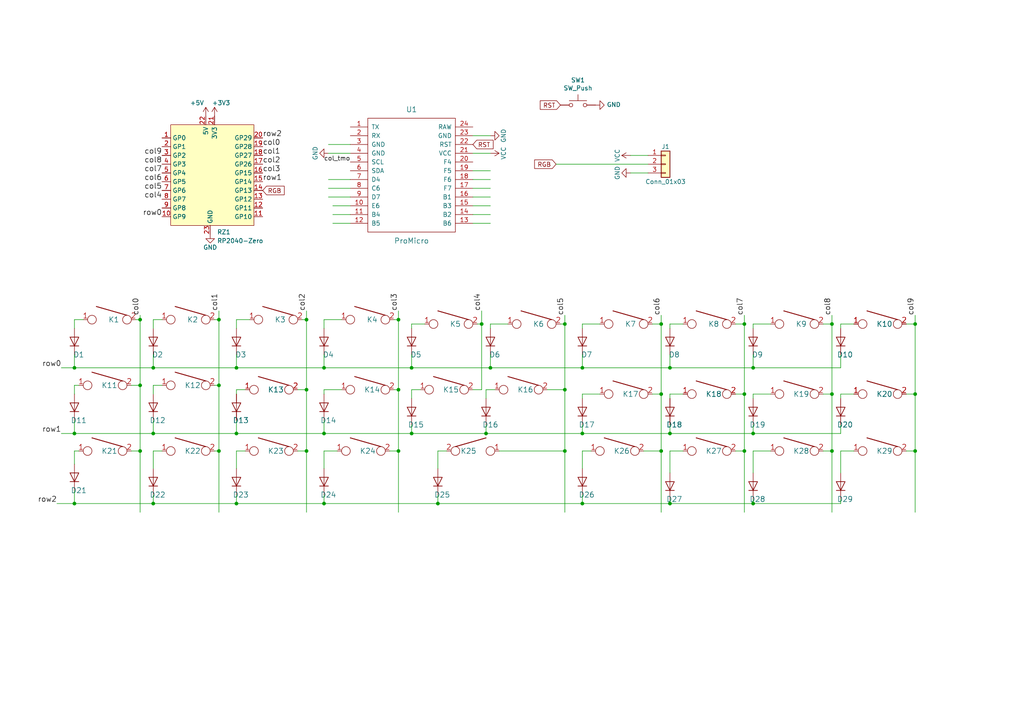
<source format=kicad_sch>
(kicad_sch (version 20211123) (generator eeschema)
  (paper "A4")
  (lib_symbols
    (symbol "Switch:SW_Push" (pin_numbers hide) (pin_names (offset 1.016) hide)
      (property "Reference" "SW" (at 1.27 2.54 0))
      (property "Value" "SW_Push" (at 0 -1.524 0))
      (symbol "SW_Push_0_1"
        (circle (center -2.032 0) (radius 0.508))
        (polyline (pts (xy 0 1.27) (xy 0 3.048)))
        (polyline (pts (xy 2.54 1.27) (xy -2.54 1.27)))
        (circle (center 2.032 0) (radius 0.508))
        (pin passive line (at -5.08 0 0) (length 2.54) (name "1") (number "1"))
        (pin passive line (at 5.08 0 180) (length 2.54) (name "2") (number "2"))
      )
    )
    (symbol "alpha_pro_micro-rescue:Conn_01x03" (pin_names (offset 1.016) hide)
      (property "Reference" "J" (at 0 5.08 0))
      (property "Value" "Conn_01x03" (at 0 -5.08 0))
      (symbol "Conn_01x03_1_1"
        (rectangle (start -1.27 -2.413) (end 0 -2.667) (stroke (width 0.1524)))
        (rectangle (start -1.27 0.127) (end 0 -0.127) (stroke (width 0.1524)))
        (rectangle (start -1.27 2.667) (end 0 2.413) (stroke (width 0.1524)))
        (rectangle (start -1.27 3.81) (end 1.27 -3.81) (stroke (width 0.254)) (fill (type background)))
        (pin passive line (at -5.08 2.54 0) (length 3.81) (name "Pin_1") (number "1"))
        (pin passive line (at -5.08 0 0) (length 3.81) (name "Pin_2") (number "2"))
        (pin passive line (at -5.08 -2.54 0) (length 3.81) (name "Pin_3") (number "3"))
      )
    )
    (symbol "alpha_pro_micro-rescue:D-RESCUE-alpha_pro_micro" (pin_numbers hide) (pin_names (offset 1.016) hide)
      (property "Reference" "D" (at 0 2.54 0))
      (property "Value" "D-RESCUE-alpha_pro_micro" (at 0 -2.54 0))
      (symbol "D-RESCUE-alpha_pro_micro_0_1"
        (polyline (pts (xy -1.27 1.27) (xy -1.27 -1.27)) (stroke (width 0.2032)))
        (polyline (pts (xy 1.27 0) (xy -1.27 0)))
        (polyline (pts (xy 1.27 1.27) (xy 1.27 -1.27) (xy -1.27 0) (xy 1.27 1.27)) (stroke (width 0.2032)))
      )
      (symbol "D-RESCUE-alpha_pro_micro_1_1"
        (pin passive line (at -3.81 0 0) (length 2.54) (name "K") (number "1"))
        (pin passive line (at 3.81 0 180) (length 2.54) (name "A") (number "2"))
      )
    )
    (symbol "alpha_pro_micro-rescue:KEYSW" (pin_names (offset 1.016))
      (property "Reference" "K?" (at -1.27 0 0))
      (symbol "KEYSW_0_1"
        (circle (center -5.08 0) (radius 1.27))
        (polyline (pts (xy -5.08 1.27) (xy 3.81 3.81)) (stroke (width 0.254)))
        (circle (center 5.08 0) (radius 1.27))
      )
      (symbol "KEYSW_1_1"
        (pin passive line (at 7.62 0 180) (length 1.27) (name "~") (number "1"))
        (pin passive line (at -7.62 0 0) (length 1.27) (name "~") (number "2"))
      )
    )
    (symbol "alpha_pro_micro-rescue:ProMicro" (pin_names (offset 1.016))
      (property "Reference" "U" (at 0 24.13 0))
      (property "Value" "ProMicro" (at 0 -13.97 0))
      (symbol "ProMicro_0_1"
        (rectangle (start -12.7 21.59) (end 12.7 -11.43))
      )
      (symbol "ProMicro_1_1"
        (pin bidirectional line (at -17.78 19.05 0) (length 5.08) (name "TX") (number "1"))
        (pin bidirectional line (at -17.78 -3.81 0) (length 5.08) (name "E6") (number "10"))
        (pin bidirectional line (at -17.78 -6.35 0) (length 5.08) (name "B4") (number "11"))
        (pin bidirectional line (at -17.78 -8.89 0) (length 5.08) (name "B5") (number "12"))
        (pin bidirectional line (at 17.78 -8.89 180) (length 5.08) (name "B6") (number "13"))
        (pin bidirectional line (at 17.78 -6.35 180) (length 5.08) (name "B2") (number "14"))
        (pin bidirectional line (at 17.78 -3.81 180) (length 5.08) (name "B3") (number "15"))
        (pin bidirectional line (at 17.78 -1.27 180) (length 5.08) (name "B1") (number "16"))
        (pin bidirectional line (at 17.78 1.27 180) (length 5.08) (name "F7") (number "17"))
        (pin bidirectional line (at 17.78 3.81 180) (length 5.08) (name "F6") (number "18"))
        (pin bidirectional line (at 17.78 6.35 180) (length 5.08) (name "F5") (number "19"))
        (pin bidirectional line (at -17.78 16.51 0) (length 5.08) (name "RX") (number "2"))
        (pin bidirectional line (at 17.78 8.89 180) (length 5.08) (name "F4") (number "20"))
        (pin power_in line (at 17.78 11.43 180) (length 5.08) (name "VCC") (number "21"))
        (pin input line (at 17.78 13.97 180) (length 5.08) (name "RST") (number "22"))
        (pin power_in line (at 17.78 16.51 180) (length 5.08) (name "GND") (number "23"))
        (pin power_out line (at 17.78 19.05 180) (length 5.08) (name "RAW") (number "24"))
        (pin power_in line (at -17.78 13.97 0) (length 5.08) (name "GND") (number "3"))
        (pin power_in line (at -17.78 11.43 0) (length 5.08) (name "GND") (number "4"))
        (pin bidirectional line (at -17.78 8.89 0) (length 5.08) (name "SCL") (number "5"))
        (pin bidirectional line (at -17.78 6.35 0) (length 5.08) (name "SDA") (number "6"))
        (pin bidirectional line (at -17.78 3.81 0) (length 5.08) (name "D4") (number "7"))
        (pin bidirectional line (at -17.78 1.27 0) (length 5.08) (name "C6") (number "8"))
        (pin bidirectional line (at -17.78 -1.27 0) (length 5.08) (name "D7") (number "9"))
      )
    )
    (symbol "power:+3V3" (power) (pin_names (offset 0))
      (property "Value" "+3V3" (at 0 3.556 0))
      (symbol "+3V3_0_1"
        (polyline (pts (xy -0.762 1.27) (xy 0 2.54)))
        (polyline (pts (xy 0 0) (xy 0 2.54)))
        (polyline (pts (xy 0 2.54) (xy 0.762 1.27)))
      )
      (symbol "+3V3_1_1"
        (pin power_in line (at 0 0 90) (length 0) hide (name "+3V3") (number "1"))
      )
    )
    (symbol "power:+5V" (power) (pin_names (offset 0))
      (property "Value" "+5V" (at 0 3.556 0))
      (symbol "+5V_0_1"
        (polyline (pts (xy -0.762 1.27) (xy 0 2.54)))
        (polyline (pts (xy 0 0) (xy 0 2.54)))
        (polyline (pts (xy 0 2.54) (xy 0.762 1.27)))
      )
      (symbol "+5V_1_1"
        (pin power_in line (at 0 0 90) (length 0) hide (name "+5V") (number "1"))
      )
    )
    (symbol "power:GND" (power) (pin_names (offset 0))
      (property "Value" "GND" (at 0 -3.81 0))
      (symbol "GND_0_1"
        (polyline (pts (xy 0 0) (xy 0 -1.27) (xy 1.27 -1.27) (xy 0 -2.54) (xy -1.27 -1.27) (xy 0 -1.27)))
      )
      (symbol "GND_1_1"
        (pin power_in line (at 0 0 270) (length 0) hide (name "GND") (number "1"))
      )
    )
    (symbol "power:VCC" (power) (pin_names (offset 0))
      (property "Value" "VCC" (at 0 3.81 0))
      (symbol "VCC_0_1"
        (polyline (pts (xy -0.762 1.27) (xy 0 2.54)))
        (polyline (pts (xy 0 0) (xy 0 2.54)))
        (polyline (pts (xy 0 2.54) (xy 0.762 1.27)))
      )
      (symbol "VCC_1_1"
        (pin power_in line (at 0 0 90) (length 0) hide (name "VCC") (number "1"))
      )
    )
    (symbol "rp2040-zero:RP2040-Zero"
      (property "Reference" "RZ" (at 0 0 0))
      (property "Value" "RP2040-Zero" (at 0 -2.54 0))
      (symbol "RP2040-Zero_0_1"
        (rectangle (start -11.43 -15.24) (end 12.7 13.97) (fill (type background)))
      )
      (symbol "RP2040-Zero_1_1"
        (pin bidirectional line (at -13.97 10.16 0) (length 2.54) (name "GP0") (number "1"))
        (pin bidirectional line (at -13.97 -12.7 0) (length 2.54) (name "GP9") (number "10"))
        (pin bidirectional line (at 15.24 -12.7 180) (length 2.54) (name "GP10") (number "11"))
        (pin bidirectional line (at 15.24 -10.16 180) (length 2.54) (name "GP11") (number "12"))
        (pin bidirectional line (at 15.24 -7.62 180) (length 2.54) (name "GP12") (number "13"))
        (pin bidirectional line (at 15.24 -5.08 180) (length 2.54) (name "GP13") (number "14"))
        (pin bidirectional line (at 15.24 -2.54 180) (length 2.54) (name "GP14") (number "15"))
        (pin bidirectional line (at 15.24 0 180) (length 2.54) (name "GP15") (number "16"))
        (pin bidirectional line (at 15.24 2.54 180) (length 2.54) (name "GP26") (number "17"))
        (pin bidirectional line (at 15.24 5.08 180) (length 2.54) (name "GP27") (number "18"))
        (pin bidirectional line (at 15.24 7.62 180) (length 2.54) (name "GP28") (number "19"))
        (pin bidirectional line (at -13.97 7.62 0) (length 2.54) (name "GP1") (number "2"))
        (pin bidirectional line (at 15.24 10.16 180) (length 2.54) (name "GP29") (number "20"))
        (pin power_in line (at 1.27 16.51 270) (length 2.54) (name "3V3") (number "21"))
        (pin power_in line (at -1.27 16.51 270) (length 2.54) (name "5V") (number "22"))
        (pin power_in line (at 0 -17.78 90) (length 2.54) (name "GND") (number "23"))
        (pin bidirectional line (at -13.97 5.08 0) (length 2.54) (name "GP2") (number "3"))
        (pin bidirectional line (at -13.97 2.54 0) (length 2.54) (name "GP3") (number "4"))
        (pin bidirectional line (at -13.97 0 0) (length 2.54) (name "GP4") (number "5"))
        (pin bidirectional line (at -13.97 -2.54 0) (length 2.54) (name "GP5") (number "6"))
        (pin bidirectional line (at -13.97 -5.08 0) (length 2.54) (name "GP6") (number "7"))
        (pin bidirectional line (at -13.97 -7.62 0) (length 2.54) (name "GP7") (number "8"))
        (pin bidirectional line (at -13.97 -10.16 0) (length 2.54) (name "GP8") (number "9"))
      )
    )
  )
  (junction (at 265.43 114.3))
  (junction (at 115.57 130.81))
  (junction (at 88.9 113.03))
  (junction (at 68.58 125.73))
  (junction (at 191.77 93.98))
  (junction (at 194.31 125.73))
  (junction (at 88.9 130.81))
  (junction (at 63.5 130.81))
  (junction (at 44.45 106.68))
  (junction (at 119.38 106.68))
  (junction (at 191.77 114.3))
  (junction (at 119.38 125.73))
  (junction (at 194.31 146.05))
  (junction (at 168.91 106.68))
  (junction (at 63.5 111.76))
  (junction (at 241.3 130.81))
  (junction (at 68.58 106.68))
  (junction (at 40.64 111.76))
  (junction (at 215.9 93.98))
  (junction (at 21.59 106.68))
  (junction (at 93.98 146.05))
  (junction (at 63.5 92.71))
  (junction (at 44.45 146.05))
  (junction (at 241.3 93.98))
  (junction (at 265.43 93.98))
  (junction (at 21.59 146.05))
  (junction (at 127 146.05))
  (junction (at 93.98 125.73))
  (junction (at 140.97 125.73))
  (junction (at 168.91 146.05))
  (junction (at 40.64 92.71))
  (junction (at 142.24 106.68))
  (junction (at 191.77 130.81))
  (junction (at 93.98 106.68))
  (junction (at 21.59 125.73))
  (junction (at 218.44 106.68))
  (junction (at 88.9 92.71))
  (junction (at 68.58 146.05))
  (junction (at 218.44 125.73))
  (junction (at 44.45 125.73))
  (junction (at 40.64 130.81))
  (junction (at 194.31 106.68))
  (junction (at 265.43 130.81))
  (junction (at 215.9 130.81))
  (junction (at 115.57 113.03))
  (junction (at 163.83 113.03))
  (junction (at 115.57 92.71))
  (junction (at 163.83 130.81))
  (junction (at 139.7 93.98))
  (junction (at 241.3 114.3))
  (junction (at 168.91 125.73))
  (junction (at 163.83 93.98))
  (junction (at 218.44 146.05))
  (junction (at 215.9 114.3))
  (wire (pts (xy 72.39 92.71) (xy 68.58 92.71)))
  (wire (pts (xy 191.77 114.3) (xy 191.77 130.81)))
  (wire (pts (xy 243.84 144.78) (xy 243.84 146.05)))
  (wire (pts (xy 95.25 54.61) (xy 101.6 54.61)))
  (wire (pts (xy 140.97 113.03) (xy 140.97 115.57)))
  (wire (pts (xy 265.43 93.98) (xy 265.43 114.3)))
  (wire (pts (xy 93.98 113.03) (xy 93.98 114.3)))
  (wire (pts (xy 143.51 113.03) (xy 140.97 113.03)))
  (wire (pts (xy 142.24 62.23) (xy 137.16 62.23)))
  (wire (pts (xy 218.44 93.98) (xy 223.52 93.98)))
  (wire (pts (xy 265.43 91.44) (xy 265.43 93.98)))
  (wire (pts (xy 22.86 111.76) (xy 21.59 111.76)))
  (wire (pts (xy 95.25 44.45) (xy 101.6 44.45)))
  (wire (pts (xy 44.45 130.81) (xy 46.99 130.81)))
  (wire (pts (xy 194.31 106.68) (xy 218.44 106.68)))
  (wire (pts (xy 21.59 102.87) (xy 21.59 106.68)))
  (wire (pts (xy 162.56 93.98) (xy 163.83 93.98)))
  (wire (pts (xy 238.76 130.81) (xy 241.3 130.81)))
  (wire (pts (xy 115.57 130.81) (xy 115.57 148.59)))
  (wire (pts (xy 241.3 130.81) (xy 241.3 148.59)))
  (wire (pts (xy 218.44 125.73) (xy 243.84 125.73)))
  (wire (pts (xy 241.3 91.44) (xy 241.3 93.98)))
  (wire (pts (xy 243.84 115.57) (xy 243.84 114.3)))
  (wire (pts (xy 119.38 106.68) (xy 142.24 106.68)))
  (wire (pts (xy 215.9 93.98) (xy 215.9 114.3)))
  (wire (pts (xy 68.58 143.51) (xy 68.58 146.05)))
  (wire (pts (xy 171.45 130.81) (xy 168.91 130.81)))
  (wire (pts (xy 44.45 146.05) (xy 68.58 146.05)))
  (wire (pts (xy 21.59 130.81) (xy 21.59 134.62)))
  (wire (pts (xy 213.36 93.98) (xy 215.9 93.98)))
  (wire (pts (xy 137.16 113.03) (xy 139.7 113.03)))
  (wire (pts (xy 44.45 125.73) (xy 44.45 121.92)))
  (wire (pts (xy 115.57 92.71) (xy 115.57 113.03)))
  (wire (pts (xy 113.03 130.81) (xy 115.57 130.81)))
  (wire (pts (xy 93.98 125.73) (xy 119.38 125.73)))
  (wire (pts (xy 62.23 130.81) (xy 63.5 130.81)))
  (wire (pts (xy 158.75 113.03) (xy 163.83 113.03)))
  (wire (pts (xy 168.91 146.05) (xy 194.31 146.05)))
  (wire (pts (xy 46.99 111.76) (xy 44.45 111.76)))
  (wire (pts (xy 40.64 92.71) (xy 40.64 111.76)))
  (wire (pts (xy 68.58 125.73) (xy 93.98 125.73)))
  (wire (pts (xy 95.25 41.91) (xy 101.6 41.91)))
  (wire (pts (xy 68.58 125.73) (xy 68.58 121.92)))
  (wire (pts (xy 40.64 130.81) (xy 40.64 148.59)))
  (wire (pts (xy 115.57 113.03) (xy 114.3 113.03)))
  (wire (pts (xy 142.24 93.98) (xy 142.24 95.25)))
  (wire (pts (xy 243.84 114.3) (xy 247.65 114.3)))
  (wire (pts (xy 218.44 144.78) (xy 218.44 146.05)))
  (wire (pts (xy 21.59 125.73) (xy 44.45 125.73)))
  (wire (pts (xy 215.9 114.3) (xy 215.9 130.81)))
  (wire (pts (xy 63.5 111.76) (xy 63.5 130.81)))
  (wire (pts (xy 121.92 113.03) (xy 119.38 113.03)))
  (wire (pts (xy 38.1 130.81) (xy 40.64 130.81)))
  (wire (pts (xy 63.5 130.81) (xy 63.5 148.59)))
  (wire (pts (xy 93.98 146.05) (xy 127 146.05)))
  (wire (pts (xy 63.5 90.17) (xy 63.5 92.71)))
  (wire (pts (xy 88.9 113.03) (xy 88.9 130.81)))
  (wire (pts (xy 127 130.81) (xy 129.54 130.81)))
  (wire (pts (xy 182.88 45.085) (xy 187.96 45.085)))
  (wire (pts (xy 218.44 146.05) (xy 243.84 146.05)))
  (wire (pts (xy 96.52 64.77) (xy 101.6 64.77)))
  (wire (pts (xy 238.76 93.98) (xy 241.3 93.98)))
  (wire (pts (xy 40.64 111.76) (xy 40.64 130.81)))
  (wire (pts (xy 163.83 113.03) (xy 163.83 130.81)))
  (wire (pts (xy 127 143.51) (xy 127 146.05)))
  (wire (pts (xy 194.31 114.3) (xy 198.12 114.3)))
  (wire (pts (xy 21.59 146.05) (xy 44.45 146.05)))
  (wire (pts (xy 223.52 114.3) (xy 218.44 114.3)))
  (wire (pts (xy 99.06 113.03) (xy 93.98 113.03)))
  (wire (pts (xy 243.84 125.73) (xy 243.84 123.19)))
  (wire (pts (xy 68.58 92.71) (xy 68.58 95.25)))
  (wire (pts (xy 123.19 93.98) (xy 119.38 93.98)))
  (wire (pts (xy 96.52 59.69) (xy 101.6 59.69)))
  (wire (pts (xy 137.16 44.45) (xy 142.24 44.45)))
  (wire (pts (xy 213.36 130.81) (xy 215.9 130.81)))
  (wire (pts (xy 215.9 130.81) (xy 215.9 148.59)))
  (wire (pts (xy 173.99 93.98) (xy 168.91 93.98)))
  (wire (pts (xy 93.98 92.71) (xy 93.98 95.25)))
  (wire (pts (xy 86.36 130.81) (xy 88.9 130.81)))
  (wire (pts (xy 194.31 125.73) (xy 194.31 123.19)))
  (wire (pts (xy 22.86 130.81) (xy 21.59 130.81)))
  (wire (pts (xy 63.5 111.76) (xy 62.23 111.76)))
  (wire (pts (xy 44.45 106.68) (xy 68.58 106.68)))
  (wire (pts (xy 243.84 130.81) (xy 247.65 130.81)))
  (wire (pts (xy 93.98 143.51) (xy 93.98 146.05)))
  (wire (pts (xy 119.38 125.73) (xy 140.97 125.73)))
  (wire (pts (xy 127 135.89) (xy 127 130.81)))
  (wire (pts (xy 191.77 130.81) (xy 191.77 148.59)))
  (wire (pts (xy 21.59 92.71) (xy 21.59 95.25)))
  (wire (pts (xy 144.78 130.81) (xy 163.83 130.81)))
  (wire (pts (xy 17.78 106.68) (xy 21.59 106.68)))
  (wire (pts (xy 168.91 125.73) (xy 194.31 125.73)))
  (wire (pts (xy 44.45 135.89) (xy 44.45 130.81)))
  (wire (pts (xy 16.51 146.05) (xy 21.59 146.05)))
  (wire (pts (xy 119.38 113.03) (xy 119.38 115.57)))
  (wire (pts (xy 127 146.05) (xy 168.91 146.05)))
  (wire (pts (xy 168.91 125.73) (xy 168.91 123.19)))
  (wire (pts (xy 62.23 92.71) (xy 63.5 92.71)))
  (wire (pts (xy 44.45 143.51) (xy 44.45 146.05)))
  (wire (pts (xy 241.3 93.98) (xy 241.3 114.3)))
  (wire (pts (xy 186.69 130.81) (xy 191.77 130.81)))
  (wire (pts (xy 198.12 130.81) (xy 194.31 130.81)))
  (wire (pts (xy 140.97 125.73) (xy 140.97 123.19)))
  (wire (pts (xy 40.64 91.44) (xy 40.64 92.71)))
  (wire (pts (xy 119.38 125.73) (xy 119.38 123.19)))
  (wire (pts (xy 142.24 52.07) (xy 137.16 52.07)))
  (wire (pts (xy 119.38 106.68) (xy 119.38 102.87)))
  (wire (pts (xy 168.91 130.81) (xy 168.91 135.89)))
  (wire (pts (xy 68.58 135.89) (xy 68.58 130.81)))
  (wire (pts (xy 21.59 111.76) (xy 21.59 114.3)))
  (wire (pts (xy 215.9 114.3) (xy 213.36 114.3)))
  (wire (pts (xy 265.43 114.3) (xy 262.89 114.3)))
  (wire (pts (xy 68.58 113.03) (xy 68.58 114.3)))
  (wire (pts (xy 194.31 130.81) (xy 194.31 137.16)))
  (wire (pts (xy 265.43 114.3) (xy 265.43 130.81)))
  (wire (pts (xy 93.98 135.89) (xy 93.98 130.81)))
  (wire (pts (xy 138.43 93.98) (xy 139.7 93.98)))
  (wire (pts (xy 147.32 93.98) (xy 142.24 93.98)))
  (wire (pts (xy 115.57 113.03) (xy 115.57 130.81)))
  (wire (pts (xy 194.31 125.73) (xy 218.44 125.73)))
  (wire (pts (xy 191.77 91.44) (xy 191.77 93.98)))
  (wire (pts (xy 218.44 106.68) (xy 243.84 106.68)))
  (wire (pts (xy 88.9 130.81) (xy 88.9 148.59)))
  (wire (pts (xy 142.24 39.37) (xy 137.16 39.37)))
  (wire (pts (xy 168.91 115.57) (xy 168.91 114.3)))
  (wire (pts (xy 140.97 125.73) (xy 168.91 125.73)))
  (wire (pts (xy 119.38 93.98) (xy 119.38 95.25)))
  (wire (pts (xy 241.3 114.3) (xy 241.3 130.81)))
  (wire (pts (xy 68.58 130.81) (xy 71.12 130.81)))
  (wire (pts (xy 218.44 95.25) (xy 218.44 93.98)))
  (wire (pts (xy 191.77 93.98) (xy 191.77 114.3)))
  (wire (pts (xy 137.16 64.77) (xy 142.24 64.77)))
  (wire (pts (xy 194.31 93.98) (xy 198.12 93.98)))
  (wire (pts (xy 142.24 57.15) (xy 137.16 57.15)))
  (wire (pts (xy 93.98 106.68) (xy 93.98 102.87)))
  (wire (pts (xy 243.84 93.98) (xy 243.84 95.25)))
  (wire (pts (xy 68.58 106.68) (xy 68.58 102.87)))
  (wire (pts (xy 44.45 125.73) (xy 68.58 125.73)))
  (wire (pts (xy 194.31 115.57) (xy 194.31 114.3)))
  (wire (pts (xy 218.44 137.16) (xy 218.44 130.81)))
  (wire (pts (xy 68.58 106.68) (xy 93.98 106.68)))
  (wire (pts (xy 93.98 106.68) (xy 119.38 106.68)))
  (wire (pts (xy 194.31 146.05) (xy 218.44 146.05)))
  (wire (pts (xy 95.25 52.07) (xy 101.6 52.07)))
  (wire (pts (xy 161.29 47.625) (xy 187.96 47.625)))
  (wire (pts (xy 142.24 106.68) (xy 142.24 102.87)))
  (wire (pts (xy 189.23 114.3) (xy 191.77 114.3)))
  (wire (pts (xy 247.65 93.98) (xy 243.84 93.98)))
  (wire (pts (xy 137.16 49.53) (xy 142.24 49.53)))
  (wire (pts (xy 215.9 91.44) (xy 215.9 93.98)))
  (wire (pts (xy 142.24 59.69) (xy 137.16 59.69)))
  (wire (pts (xy 115.57 90.17) (xy 115.57 92.71)))
  (wire (pts (xy 218.44 125.73) (xy 218.44 123.19)))
  (wire (pts (xy 168.91 93.98) (xy 168.91 95.25)))
  (wire (pts (xy 44.45 106.68) (xy 44.45 102.87)))
  (wire (pts (xy 168.91 114.3) (xy 173.99 114.3)))
  (wire (pts (xy 163.83 93.98) (xy 163.83 113.03)))
  (wire (pts (xy 114.3 92.71) (xy 115.57 92.71)))
  (wire (pts (xy 88.9 90.17) (xy 88.9 92.71)))
  (wire (pts (xy 218.44 114.3) (xy 218.44 115.57)))
  (wire (pts (xy 189.23 93.98) (xy 191.77 93.98)))
  (wire (pts (xy 21.59 121.92) (xy 21.59 125.73)))
  (wire (pts (xy 194.31 106.68) (xy 194.31 102.87)))
  (wire (pts (xy 142.24 54.61) (xy 137.16 54.61)))
  (wire (pts (xy 40.64 111.76) (xy 38.1 111.76)))
  (wire (pts (xy 182.88 50.165) (xy 187.96 50.165)))
  (wire (pts (xy 21.59 106.68) (xy 44.45 106.68)))
  (wire (pts (xy 262.89 130.81) (xy 265.43 130.81)))
  (wire (pts (xy 21.59 142.24) (xy 21.59 146.05)))
  (wire (pts (xy 96.52 62.23) (xy 101.6 62.23)))
  (wire (pts (xy 139.7 90.17) (xy 139.7 93.98)))
  (wire (pts (xy 87.63 92.71) (xy 88.9 92.71)))
  (wire (pts (xy 139.7 93.98) (xy 139.7 113.03)))
  (wire (pts (xy 95.25 57.15) (xy 101.6 57.15)))
  (wire (pts (xy 93.98 130.81) (xy 97.79 130.81)))
  (wire (pts (xy 71.12 113.03) (xy 68.58 113.03)))
  (wire (pts (xy 46.99 92.71) (xy 44.45 92.71)))
  (wire (pts (xy 17.78 125.73) (xy 21.59 125.73)))
  (wire (pts (xy 241.3 114.3) (xy 238.76 114.3)))
  (wire (pts (xy 63.5 92.71) (xy 63.5 111.76)))
  (wire (pts (xy 44.45 111.76) (xy 44.45 114.3)))
  (wire (pts (xy 86.36 113.03) (xy 88.9 113.03)))
  (wire (pts (xy 262.89 93.98) (xy 265.43 93.98)))
  (wire (pts (xy 163.83 130.81) (xy 163.83 148.59)))
  (wire (pts (xy 218.44 130.81) (xy 223.52 130.81)))
  (wire (pts (xy 93.98 125.73) (xy 93.98 121.92)))
  (wire (pts (xy 93.98 92.71) (xy 99.06 92.71)))
  (wire (pts (xy 168.91 106.68) (xy 194.31 106.68)))
  (wire (pts (xy 68.58 146.05) (xy 93.98 146.05)))
  (wire (pts (xy 168.91 106.68) (xy 168.91 102.87)))
  (wire (pts (xy 218.44 106.68) (xy 218.44 102.87)))
  (wire (pts (xy 243.84 106.68) (xy 243.84 102.87)))
  (wire (pts (xy 194.31 144.78) (xy 194.31 146.05)))
  (wire (pts (xy 142.24 106.68) (xy 168.91 106.68)))
  (wire (pts (xy 24.13 92.71) (xy 21.59 92.71)))
  (wire (pts (xy 265.43 130.81) (xy 265.43 148.59)))
  (wire (pts (xy 194.31 95.25) (xy 194.31 93.98)))
  (wire (pts (xy 243.84 137.16) (xy 243.84 130.81)))
  (wire (pts (xy 88.9 92.71) (xy 88.9 113.03)))
  (wire (pts (xy 168.91 143.51) (xy 168.91 146.05)))
  (wire (pts (xy 39.37 92.71) (xy 40.64 92.71)))
  (wire (pts (xy 163.83 91.44) (xy 163.83 93.98)))
  (wire (pts (xy 44.45 92.71) (xy 44.45 95.25)))
  (label "col7" (at 46.99 50.165 180) (effects (font (size 1.524 1.524))))
  (label "col6" (at 46.99 52.705 180) (effects (font (size 1.524 1.524))))
  (label "row1" (at 76.2 52.705 0) (effects (font (size 1.524 1.524))))
  (label "col_tmo" (at 101.6 46.99 180))
  (label "row2" (at 16.51 146.05 180) (effects (font (size 1.524 1.524))))
  (label "row0" (at 17.78 106.68 180) (effects (font (size 1.524 1.524))))
  (label "col3" (at 115.57 90.17 90) (effects (font (size 1.524 1.524))))
  (label "col9" (at 265.43 91.44 90) (effects (font (size 1.524 1.524))))
  (label "col0" (at 76.2 42.545 0) (effects (font (size 1.524 1.524))))
  (label "row2" (at 76.2 40.005 0) (effects (font (size 1.524 1.524))))
  (label "col8" (at 46.99 47.625 180) (effects (font (size 1.524 1.524))))
  (label "col0" (at 40.64 91.44 90) (effects (font (size 1.524 1.524))))
  (label "col7" (at 215.9 91.44 90) (effects (font (size 1.524 1.524))))
  (label "row0" (at 46.99 62.865 180) (effects (font (size 1.524 1.524))))
  (label "col4" (at 139.7 90.17 90) (effects (font (size 1.524 1.524))))
  (label "col1" (at 76.2 45.085 0) (effects (font (size 1.524 1.524))))
  (label "col9" (at 46.99 45.085 180) (effects (font (size 1.524 1.524))))
  (label "col8" (at 241.3 91.44 90) (effects (font (size 1.524 1.524))))
  (label "col5" (at 46.99 55.245 180) (effects (font (size 1.524 1.524))))
  (label "col4" (at 46.99 57.785 180) (effects (font (size 1.524 1.524))))
  (label "col6" (at 191.77 91.44 90) (effects (font (size 1.524 1.524))))
  (label "row1" (at 17.78 125.73 180) (effects (font (size 1.524 1.524))))
  (label "col1" (at 63.5 90.17 90) (effects (font (size 1.524 1.524))))
  (label "col2" (at 76.2 47.625 0) (effects (font (size 1.524 1.524))))
  (label "col3" (at 76.2 50.165 0) (effects (font (size 1.524 1.524))))
  (label "col5" (at 163.83 91.44 90) (effects (font (size 1.524 1.524))))
  (label "col2" (at 88.9 90.17 90) (effects (font (size 1.524 1.524))))
  (global_label "RST" (shape input) (at 137.16 41.91 0) (property "Intersheet References" "${INTERSHEET_REFS}" (effects hide)))
  (global_label "RGB" (shape input) (at 161.29 47.625 180) (property "Intersheet References" "${INTERSHEET_REFS}" (effects hide)))
  (global_label "RGB" (shape input) (at 76.2 55.245 0) (property "Intersheet References" "${INTERSHEET_REFS}" (effects hide)))
  (global_label "RST" (shape input) (at 162.56 30.48 180) (property "Intersheet References" "${INTERSHEET_REFS}" (effects hide)))
  (symbol (lib_id "alpha_pro_micro-rescue:KEYSW") (at 54.61 92.71 0) (mirror y) (unit 1)
    (property "Reference" "K2" (at 55.88 92.71 0) (effects (font (size 1.524 1.524))))
    (property "Value" "KEYSW" (effects hide))
    (property "Footprint" "keebio-parts:MX-Alps-Choc-1U-NoLED" (effects hide))
  )
  (symbol (lib_id "alpha_pro_micro-rescue:D-RESCUE-alpha_pro_micro") (at 44.45 99.06 90) (unit 1)
    (property "Reference" "D2" (at 45.72 102.87 90) (effects (font (size 1.524 1.524))))
    (property "Value" "D" (effects hide))
    (property "Footprint" "combodiode:ComboDiode" (effects hide))
  )
  (symbol (lib_id "alpha_pro_micro-rescue:D-RESCUE-alpha_pro_micro") (at 21.59 99.06 90) (unit 1)
    (property "Reference" "D1" (at 22.86 102.87 90) (effects (font (size 1.524 1.524))))
    (property "Value" "D" (effects hide))
    (property "Footprint" "combodiode:ComboDiode" (effects hide))
  )
  (symbol (lib_id "alpha_pro_micro-rescue:KEYSW") (at 31.75 92.71 0) (mirror y) (unit 1)
    (property "Reference" "K1" (at 33.02 92.71 0) (effects (font (size 1.524 1.524))))
    (property "Value" "KEYSW" (effects hide))
    (property "Footprint" "keebio-parts:MX-Alps-Choc-1U-NoLED" (effects hide))
  )
  (symbol (lib_id "alpha_pro_micro-rescue:KEYSW") (at 80.01 92.71 0) (mirror y) (unit 1)
    (property "Reference" "K3" (at 81.28 92.71 0) (effects (font (size 1.524 1.524))))
    (property "Value" "KEYSW" (effects hide))
    (property "Footprint" "keebio-parts:MX-Alps-Choc-1U-NoLED" (effects hide))
  )
  (symbol (lib_id "alpha_pro_micro-rescue:D-RESCUE-alpha_pro_micro") (at 68.58 99.06 90) (unit 1)
    (property "Reference" "D3" (at 69.85 102.87 90) (effects (font (size 1.524 1.524))))
    (property "Value" "D" (effects hide))
    (property "Footprint" "combodiode:ComboDiode" (effects hide))
  )
  (symbol (lib_id "alpha_pro_micro-rescue:KEYSW") (at 30.48 111.76 0) (mirror y) (unit 1)
    (property "Reference" "K11" (at 31.75 111.76 0) (effects (font (size 1.524 1.524))))
    (property "Value" "KEYSW" (effects hide))
    (property "Footprint" "keebio-parts:MX-Alps-Choc-1U-NoLED" (effects hide))
  )
  (symbol (lib_id "alpha_pro_micro-rescue:D-RESCUE-alpha_pro_micro") (at 21.59 118.11 90) (unit 1)
    (property "Reference" "D11" (at 22.86 121.92 90) (effects (font (size 1.524 1.524))))
    (property "Value" "D" (effects hide))
    (property "Footprint" "combodiode:ComboDiode" (effects hide))
  )
  (symbol (lib_id "alpha_pro_micro-rescue:D-RESCUE-alpha_pro_micro") (at 44.45 118.11 90) (unit 1)
    (property "Reference" "D12" (at 45.72 121.92 90) (effects (font (size 1.524 1.524))))
    (property "Value" "D" (effects hide))
    (property "Footprint" "combodiode:ComboDiode" (effects hide))
  )
  (symbol (lib_id "alpha_pro_micro-rescue:KEYSW") (at 54.61 111.76 0) (mirror y) (unit 1)
    (property "Reference" "K12" (at 55.88 111.76 0) (effects (font (size 1.524 1.524))))
    (property "Value" "KEYSW" (effects hide))
    (property "Footprint" "keebio-parts:MX-Alps-Choc-1U-NoLED" (effects hide))
  )
  (symbol (lib_id "alpha_pro_micro-rescue:KEYSW") (at 78.74 113.03 0) (mirror y) (unit 1)
    (property "Reference" "K13" (at 80.01 113.03 0) (effects (font (size 1.524 1.524))))
    (property "Value" "KEYSW" (effects hide))
    (property "Footprint" "keebio-parts:MX-Alps-Choc-1U-NoLED" (effects hide))
  )
  (symbol (lib_id "alpha_pro_micro-rescue:D-RESCUE-alpha_pro_micro") (at 68.58 118.11 90) (unit 1)
    (property "Reference" "D13" (at 69.85 121.92 90) (effects (font (size 1.524 1.524))))
    (property "Value" "D" (effects hide))
    (property "Footprint" "combodiode:ComboDiode" (effects hide))
  )
  (symbol (lib_id "alpha_pro_micro-rescue:KEYSW") (at 106.68 92.71 0) (mirror y) (unit 1)
    (property "Reference" "K4" (at 107.95 92.71 0) (effects (font (size 1.524 1.524))))
    (property "Value" "KEYSW" (effects hide))
    (property "Footprint" "keebio-parts:MX-Alps-Choc-1U-NoLED" (effects hide))
  )
  (symbol (lib_id "alpha_pro_micro-rescue:D-RESCUE-alpha_pro_micro") (at 93.98 99.06 90) (unit 1)
    (property "Reference" "D4" (at 95.25 102.87 90) (effects (font (size 1.524 1.524))))
    (property "Value" "D" (effects hide))
    (property "Footprint" "combodiode:ComboDiode" (effects hide))
  )
  (symbol (lib_id "alpha_pro_micro-rescue:D-RESCUE-alpha_pro_micro") (at 93.98 118.11 90) (unit 1)
    (property "Reference" "D14" (at 95.25 121.92 90) (effects (font (size 1.524 1.524))))
    (property "Value" "D" (effects hide))
    (property "Footprint" "combodiode:ComboDiode" (effects hide))
  )
  (symbol (lib_id "alpha_pro_micro-rescue:KEYSW") (at 106.68 113.03 0) (mirror y) (unit 1)
    (property "Reference" "K14" (at 107.95 113.03 0) (effects (font (size 1.524 1.524))))
    (property "Value" "KEYSW" (effects hide))
    (property "Footprint" "keebio-parts:MX-Alps-Choc-1U-NoLED" (effects hide))
  )
  (symbol (lib_id "alpha_pro_micro-rescue:KEYSW") (at 129.54 113.03 0) (mirror y) (unit 1)
    (property "Reference" "K15" (at 130.81 113.03 0) (effects (font (size 1.524 1.524))))
    (property "Value" "KEYSW" (effects hide))
    (property "Footprint" "keebio-parts:MX-Alps-Choc-1U-NoLED" (effects hide))
  )
  (symbol (lib_id "alpha_pro_micro-rescue:KEYSW") (at 151.13 113.03 0) (mirror y) (unit 1)
    (property "Reference" "K16" (at 152.4 113.03 0) (effects (font (size 1.524 1.524))))
    (property "Value" "KEYSW" (effects hide))
    (property "Footprint" "keebio-parts:MX-Alps-Choc-1U-NoLED" (effects hide))
  )
  (symbol (lib_id "alpha_pro_micro-rescue:D-RESCUE-alpha_pro_micro") (at 119.38 119.38 90) (unit 1)
    (property "Reference" "D15" (at 120.65 123.19 90) (effects (font (size 1.524 1.524))))
    (property "Value" "D" (effects hide))
    (property "Footprint" "combodiode:ComboDiode" (effects hide))
  )
  (symbol (lib_id "alpha_pro_micro-rescue:D-RESCUE-alpha_pro_micro") (at 140.97 119.38 90) (unit 1)
    (property "Reference" "D16" (at 142.24 123.19 90) (effects (font (size 1.524 1.524))))
    (property "Value" "D" (effects hide))
    (property "Footprint" "combodiode:ComboDiode" (effects hide))
  )
  (symbol (lib_id "alpha_pro_micro-rescue:KEYSW") (at 130.81 93.98 0) (mirror y) (unit 1)
    (property "Reference" "K5" (at 132.08 93.98 0) (effects (font (size 1.524 1.524))))
    (property "Value" "KEYSW" (effects hide))
    (property "Footprint" "keebio-parts:MX-Alps-Choc-1U-NoLED" (effects hide))
  )
  (symbol (lib_id "alpha_pro_micro-rescue:D-RESCUE-alpha_pro_micro") (at 119.38 99.06 90) (unit 1)
    (property "Reference" "D5" (at 120.65 102.87 90) (effects (font (size 1.524 1.524))))
    (property "Value" "D" (effects hide))
    (property "Footprint" "combodiode:ComboDiode" (effects hide))
  )
  (symbol (lib_id "alpha_pro_micro-rescue:D-RESCUE-alpha_pro_micro") (at 142.24 99.06 90) (unit 1)
    (property "Reference" "D6" (at 143.51 102.87 90) (effects (font (size 1.524 1.524))))
    (property "Value" "D" (effects hide))
    (property "Footprint" "combodiode:ComboDiode" (effects hide))
  )
  (symbol (lib_id "alpha_pro_micro-rescue:KEYSW") (at 154.94 93.98 0) (mirror y) (unit 1)
    (property "Reference" "K6" (at 156.21 93.98 0) (effects (font (size 1.524 1.524))))
    (property "Value" "KEYSW" (effects hide))
    (property "Footprint" "keebio-parts:MX-Alps-Choc-1U-NoLED" (effects hide))
  )
  (symbol (lib_id "alpha_pro_micro-rescue:D-RESCUE-alpha_pro_micro") (at 21.59 138.43 90) (unit 1)
    (property "Reference" "D21" (at 22.86 142.24 90) (effects (font (size 1.524 1.524))))
    (property "Value" "D" (effects hide))
    (property "Footprint" "combodiode:ComboDiode" (effects hide))
  )
  (symbol (lib_id "alpha_pro_micro-rescue:KEYSW") (at 30.48 130.81 0) (mirror y) (unit 1)
    (property "Reference" "K21" (at 31.75 130.81 0) (effects (font (size 1.524 1.524))))
    (property "Value" "KEYSW" (effects hide))
    (property "Footprint" "keebio-parts:MX-Alps-Choc-1U-NoLED" (effects hide))
  )
  (symbol (lib_id "alpha_pro_micro-rescue:KEYSW") (at 54.61 130.81 0) (mirror y) (unit 1)
    (property "Reference" "K22" (at 55.88 130.81 0) (effects (font (size 1.524 1.524))))
    (property "Value" "KEYSW" (effects hide))
    (property "Footprint" "keebio-parts:MX-Alps-Choc-1U-NoLED" (effects hide))
  )
  (symbol (lib_id "alpha_pro_micro-rescue:D-RESCUE-alpha_pro_micro") (at 44.45 139.7 90) (unit 1)
    (property "Reference" "D22" (at 45.72 143.51 90) (effects (font (size 1.524 1.524))))
    (property "Value" "D" (effects hide))
    (property "Footprint" "combodiode:ComboDiode" (effects hide))
  )
  (symbol (lib_id "alpha_pro_micro-rescue:D-RESCUE-alpha_pro_micro") (at 68.58 139.7 90) (unit 1)
    (property "Reference" "D23" (at 69.85 143.51 90) (effects (font (size 1.524 1.524))))
    (property "Value" "D" (effects hide))
    (property "Footprint" "combodiode:ComboDiode" (effects hide))
  )
  (symbol (lib_id "alpha_pro_micro-rescue:KEYSW") (at 78.74 130.81 0) (mirror y) (unit 1)
    (property "Reference" "K23" (at 80.01 130.81 0) (effects (font (size 1.524 1.524))))
    (property "Value" "KEYSW" (effects hide))
    (property "Footprint" "keebio-parts:MX-Alps-Choc-1U-NoLED" (effects hide))
  )
  (symbol (lib_id "alpha_pro_micro-rescue:D-RESCUE-alpha_pro_micro") (at 93.98 139.7 90) (unit 1)
    (property "Reference" "D24" (at 95.25 143.51 90) (effects (font (size 1.524 1.524))))
    (property "Value" "D" (effects hide))
    (property "Footprint" "combodiode:ComboDiode" (effects hide))
  )
  (symbol (lib_id "alpha_pro_micro-rescue:KEYSW") (at 105.41 130.81 0) (mirror y) (unit 1)
    (property "Reference" "K24" (at 106.68 130.81 0) (effects (font (size 1.524 1.524))))
    (property "Value" "KEYSW" (effects hide))
    (property "Footprint" "keebio-parts:MX-Alps-Choc-1U-NoLED" (effects hide))
  )
  (symbol (lib_id "alpha_pro_micro-rescue:KEYSW") (at 137.16 130.81 0) (unit 1)
    (property "Reference" "K25" (at 135.89 130.81 0) (effects (font (size 1.524 1.524))))
    (property "Value" "KEYSW" (effects hide))
    (property "Footprint" "keebio-parts:MX-Alps-Choc-2U-StabFlip" (effects hide))
  )
  (symbol (lib_id "alpha_pro_micro-rescue:KEYSW") (at 205.74 130.81 0) (mirror y) (unit 1)
    (property "Reference" "K27" (at 207.01 130.81 0) (effects (font (size 1.524 1.524))))
    (property "Value" "KEYSW" (effects hide))
    (property "Footprint" "keebio-parts:MX-Alps-Choc-1U-NoLED" (effects hide))
  )
  (symbol (lib_id "alpha_pro_micro-rescue:D-RESCUE-alpha_pro_micro") (at 127 139.7 90) (unit 1)
    (property "Reference" "D25" (at 128.27 143.51 90) (effects (font (size 1.524 1.524))))
    (property "Value" "D" (effects hide))
    (property "Footprint" "combodiode:ComboDiode" (effects hide))
  )
  (symbol (lib_id "alpha_pro_micro-rescue:D-RESCUE-alpha_pro_micro") (at 194.31 140.97 90) (unit 1)
    (property "Reference" "D27" (at 195.58 144.78 90) (effects (font (size 1.524 1.524))))
    (property "Value" "D" (effects hide))
    (property "Footprint" "combodiode:ComboDiode" (effects hide))
  )
  (symbol (lib_id "alpha_pro_micro-rescue:KEYSW") (at 181.61 93.98 0) (mirror y) (unit 1)
    (property "Reference" "K7" (at 182.88 93.98 0) (effects (font (size 1.524 1.524))))
    (property "Value" "KEYSW" (effects hide))
    (property "Footprint" "keebio-parts:MX-Alps-Choc-1U-NoLED" (effects hide))
  )
  (symbol (lib_id "alpha_pro_micro-rescue:D-RESCUE-alpha_pro_micro") (at 168.91 99.06 90) (unit 1)
    (property "Reference" "D7" (at 170.18 102.87 90) (effects (font (size 1.524 1.524))))
    (property "Value" "D" (effects hide))
    (property "Footprint" "combodiode:ComboDiode" (effects hide))
  )
  (symbol (lib_id "alpha_pro_micro-rescue:KEYSW") (at 205.74 93.98 0) (mirror y) (unit 1)
    (property "Reference" "K8" (at 207.01 93.98 0) (effects (font (size 1.524 1.524))))
    (property "Value" "KEYSW" (effects hide))
    (property "Footprint" "keebio-parts:MX-Alps-Choc-1U-NoLED" (effects hide))
  )
  (symbol (lib_id "alpha_pro_micro-rescue:D-RESCUE-alpha_pro_micro") (at 194.31 99.06 90) (unit 1)
    (property "Reference" "D8" (at 195.58 102.87 90) (effects (font (size 1.524 1.524))))
    (property "Value" "D" (effects hide))
    (property "Footprint" "combodiode:ComboDiode" (effects hide))
  )
  (symbol (lib_id "alpha_pro_micro-rescue:D-RESCUE-alpha_pro_micro") (at 218.44 99.06 90) (unit 1)
    (property "Reference" "D9" (at 219.71 102.87 90) (effects (font (size 1.524 1.524))))
    (property "Value" "D" (effects hide))
    (property "Footprint" "combodiode:ComboDiode" (effects hide))
  )
  (symbol (lib_id "alpha_pro_micro-rescue:KEYSW") (at 231.14 93.98 0) (mirror y) (unit 1)
    (property "Reference" "K9" (at 232.41 93.98 0) (effects (font (size 1.524 1.524))))
    (property "Value" "KEYSW" (effects hide))
    (property "Footprint" "keebio-parts:MX-Alps-Choc-1U-NoLED" (effects hide))
  )
  (symbol (lib_id "alpha_pro_micro-rescue:KEYSW") (at 255.27 93.98 0) (mirror y) (unit 1)
    (property "Reference" "K10" (at 256.54 93.98 0) (effects (font (size 1.524 1.524))))
    (property "Value" "KEYSW" (effects hide))
    (property "Footprint" "keebio-parts:MX-Alps-Choc-1U-NoLED" (effects hide))
  )
  (symbol (lib_id "alpha_pro_micro-rescue:D-RESCUE-alpha_pro_micro") (at 243.84 99.06 90) (unit 1)
    (property "Reference" "D10" (at 245.11 102.87 90) (effects (font (size 1.524 1.524))))
    (property "Value" "D" (effects hide))
    (property "Footprint" "combodiode:ComboDiode" (effects hide))
  )
  (symbol (lib_id "alpha_pro_micro-rescue:KEYSW") (at 181.61 114.3 0) (mirror y) (unit 1)
    (property "Reference" "K17" (at 182.88 114.3 0) (effects (font (size 1.524 1.524))))
    (property "Value" "KEYSW" (effects hide))
    (property "Footprint" "keebio-parts:MX-Alps-Choc-1U-NoLED" (effects hide))
  )
  (symbol (lib_id "alpha_pro_micro-rescue:D-RESCUE-alpha_pro_micro") (at 168.91 119.38 90) (unit 1)
    (property "Reference" "D17" (at 170.18 123.19 90) (effects (font (size 1.524 1.524))))
    (property "Value" "D" (effects hide))
    (property "Footprint" "combodiode:ComboDiode" (effects hide))
  )
  (symbol (lib_id "alpha_pro_micro-rescue:KEYSW") (at 205.74 114.3 0) (mirror y) (unit 1)
    (property "Reference" "K18" (at 207.01 114.3 0) (effects (font (size 1.524 1.524))))
    (property "Value" "KEYSW" (effects hide))
    (property "Footprint" "keebio-parts:MX-Alps-Choc-1U-NoLED" (effects hide))
  )
  (symbol (lib_id "alpha_pro_micro-rescue:D-RESCUE-alpha_pro_micro") (at 194.31 119.38 90) (unit 1)
    (property "Reference" "D18" (at 195.58 123.19 90) (effects (font (size 1.524 1.524))))
    (property "Value" "D" (effects hide))
    (property "Footprint" "combodiode:ComboDiode" (effects hide))
  )
  (symbol (lib_id "alpha_pro_micro-rescue:D-RESCUE-alpha_pro_micro") (at 218.44 119.38 90) (unit 1)
    (property "Reference" "D19" (at 219.71 123.19 90) (effects (font (size 1.524 1.524))))
    (property "Value" "D" (effects hide))
    (property "Footprint" "combodiode:ComboDiode" (effects hide))
  )
  (symbol (lib_id "alpha_pro_micro-rescue:KEYSW") (at 231.14 114.3 0) (mirror y) (unit 1)
    (property "Reference" "K19" (at 232.41 114.3 0) (effects (font (size 1.524 1.524))))
    (property "Value" "KEYSW" (effects hide))
    (property "Footprint" "keebio-parts:MX-Alps-Choc-1U-NoLED" (effects hide))
  )
  (symbol (lib_id "alpha_pro_micro-rescue:KEYSW") (at 255.27 114.3 0) (mirror y) (unit 1)
    (property "Reference" "K20" (at 256.54 114.3 0) (effects (font (size 1.524 1.524))))
    (property "Value" "KEYSW" (effects hide))
    (property "Footprint" "keebio-parts:MX-Alps-Choc-1U-NoLED" (effects hide))
  )
  (symbol (lib_id "alpha_pro_micro-rescue:D-RESCUE-alpha_pro_micro") (at 243.84 119.38 90) (unit 1)
    (property "Reference" "D20" (at 245.11 123.19 90) (effects (font (size 1.524 1.524))))
    (property "Value" "D" (effects hide))
    (property "Footprint" "combodiode:ComboDiode" (effects hide))
  )
  (symbol (lib_id "alpha_pro_micro-rescue:KEYSW") (at 179.07 130.81 0) (mirror y) (unit 1)
    (property "Reference" "K26" (at 180.34 130.81 0) (effects (font (size 1.524 1.524))))
    (property "Value" "KEYSW" (effects hide))
    (property "Footprint" "keebio-parts:MX-Alps-Choc-1U-NoLED" (effects hide))
  )
  (symbol (lib_id "alpha_pro_micro-rescue:D-RESCUE-alpha_pro_micro") (at 168.91 139.7 90) (unit 1)
    (property "Reference" "D26" (at 170.18 143.51 90) (effects (font (size 1.524 1.524))))
    (property "Value" "D" (effects hide))
    (property "Footprint" "combodiode:ComboDiode" (effects hide))
  )
  (symbol (lib_id "alpha_pro_micro-rescue:KEYSW") (at 231.14 130.81 0) (mirror y) (unit 1)
    (property "Reference" "K28" (at 232.41 130.81 0) (effects (font (size 1.524 1.524))))
    (property "Value" "KEYSW" (effects hide))
    (property "Footprint" "keebio-parts:MX-Alps-Choc-1U-NoLED" (effects hide))
  )
  (symbol (lib_id "alpha_pro_micro-rescue:D-RESCUE-alpha_pro_micro") (at 218.44 140.97 90) (unit 1)
    (property "Reference" "D28" (at 219.71 144.78 90) (effects (font (size 1.524 1.524))))
    (property "Value" "D" (effects hide))
    (property "Footprint" "combodiode:ComboDiode" (effects hide))
  )
  (symbol (lib_id "alpha_pro_micro-rescue:ProMicro") (at 119.38 55.88 0) (unit 1)
    (property "Reference" "U1" (at 119.38 31.75 0) (effects (font (size 1.524 1.524))))
    (property "Value" "ProMicro" (at 119.38 69.85 0) (effects (font (size 1.524 1.524))))
    (property "Footprint" "promicro:ProMicro" (effects hide))
  )
  (symbol (lib_id "power:VCC") (at 142.24 44.45 270) (unit 1)
    (property "Reference" "#PWR01" (effects hide))
    (property "Value" "VCC" (at 146.05 44.45 0))
  )
  (symbol (lib_id "power:GND") (at 142.24 39.37 90) (unit 1)
    (property "Reference" "#PWR02" (effects hide))
    (property "Value" "GND" (at 146.05 39.37 0))
  )
  (symbol (lib_id "power:GND") (at 60.96 67.945 0) (unit 1)
    (property "Reference" "#PWR03" (effects hide))
    (property "Value" "GND" (at 60.96 71.755 0))
  )
  (symbol (lib_id "power:GND") (at 95.25 44.45 270) (unit 1)
    (property "Reference" "#PWR04" (effects hide))
    (property "Value" "GND" (at 91.44 44.45 0))
  )
  (symbol (lib_id "alpha_pro_micro-rescue:Conn_01x03") (at 193.04 47.625 0) (unit 1)
    (property "Reference" "J1" (at 193.04 42.545 0))
    (property "Value" "Conn_01x03" (at 193.04 52.705 0))
    (property "Footprint" "Pin_Headers:Pin_Header_Straight_1x03_Pitch2.54mm" (effects hide))
  )
  (symbol (lib_id "power:VCC") (at 182.88 45.085 90) (unit 1)
    (property "Reference" "#PWR05" (effects hide))
    (property "Value" "VCC" (at 179.07 45.085 0))
  )
  (symbol (lib_id "power:GND") (at 182.88 50.165 270) (unit 1)
    (property "Reference" "#PWR06" (effects hide))
    (property "Value" "GND" (at 179.07 50.165 0))
  )
  (symbol (lib_id "Switch:SW_Push") (at 167.64 30.48 0) (unit 1)
    (property "Reference" "SW1" (at 167.64 23.241 0))
    (property "Value" "SW_Push" (at 167.64 25.5524 0))
    (property "Footprint" "random-keyboard-parts:SKQG-1155865" (effects hide))
  )
  (symbol (lib_id "power:GND") (at 172.72 30.48 90) (unit 1)
    (property "Reference" "#PWR0101" (effects hide))
    (property "Value" "GND" (at 175.9712 30.353 90) (effects (justify right)))
  )
  (symbol (lib_id "alpha_pro_micro-rescue:KEYSW") (at 255.27 130.81 0) (mirror y) (unit 1)
    (property "Reference" "K29" (at 256.54 130.81 0) (effects (font (size 1.524 1.524))))
    (property "Value" "KEYSW" (effects hide))
    (property "Footprint" "Keebio-Parts:MX-Alps-Choc-1U-NoLED" (effects hide))
  )
  (symbol (lib_id "power:+5V") (at 59.69 33.655 0) (unit 1)
    (property "Reference" "#PWR0102" (effects hide))
    (property "Value" "+5V" (at 57.15 29.845 0))
  )
  (symbol (lib_id "alpha_pro_micro-rescue:D-RESCUE-alpha_pro_micro") (at 243.84 140.97 90) (unit 1)
    (property "Reference" "D29" (at 245.11 144.78 90) (effects (font (size 1.524 1.524))))
    (property "Value" "D" (effects hide))
    (property "Footprint" "combodiode:ComboDiode" (effects hide))
  )
  (symbol (lib_id "power:+3V3") (at 62.23 33.655 0) (unit 1)
    (property "Reference" "#PWR0103" (effects hide))
    (property "Value" "+3V3" (at 64.135 29.845 0))
  )
  (symbol (lib_id "rp2040-zero:RP2040-Zero") (at 60.96 50.165 0) (unit 1)
    (property "Reference" "RZ1" (at 62.9794 67.31 0) (effects (justify left)))
    (property "Value" "RP2040-Zero" (at 62.9794 69.85 0) (effects (justify left)))
    (property "Footprint" "rp2040-zero:RP2040-Zero" (effects hide))
  )
)
</source>
